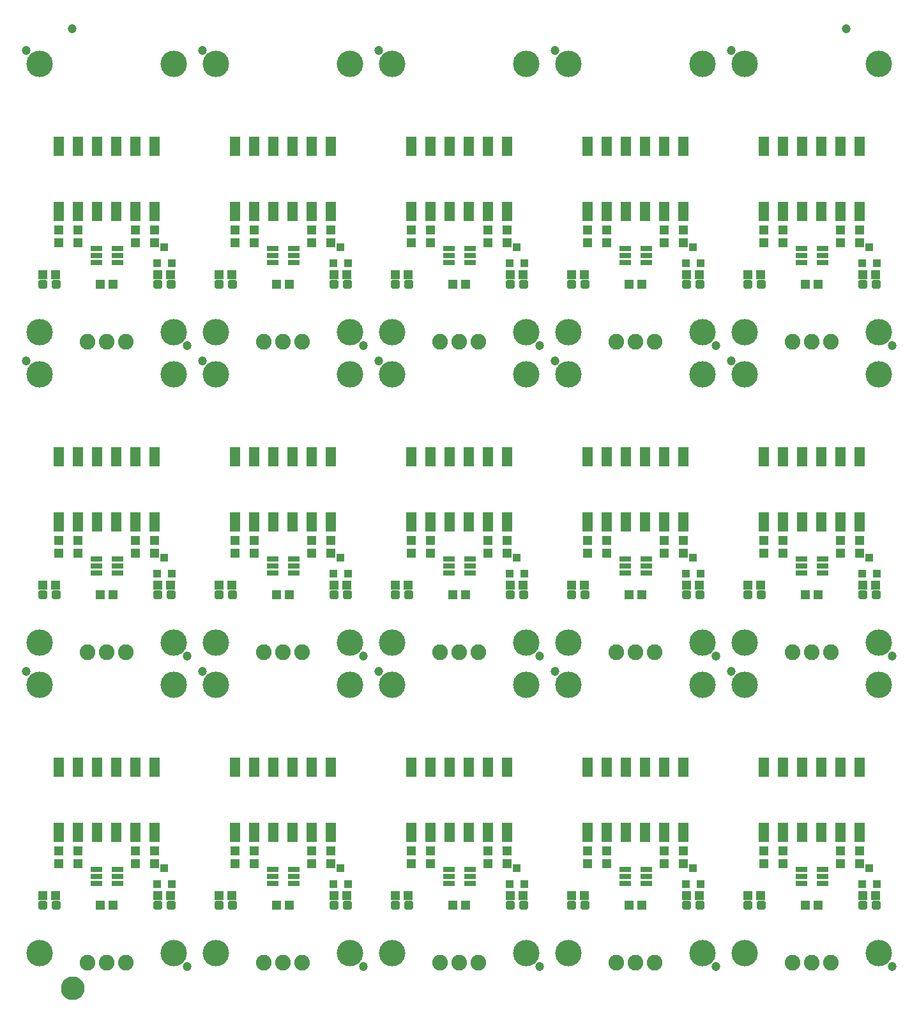
<source format=gts>
G04 EAGLE Gerber RS-274X export*
G75*
%MOMM*%
%FSLAX34Y34*%
%LPD*%
%INSoldermask Top*%
%IPPOS*%
%AMOC8*
5,1,8,0,0,1.08239X$1,22.5*%
G01*
%ADD10C,3.505200*%
%ADD11C,1.203200*%
%ADD12R,1.303200X1.203200*%
%ADD13C,0.505344*%
%ADD14R,1.553200X0.753200*%
%ADD15R,1.203200X1.303200*%
%ADD16C,2.082800*%
%ADD17R,1.333200X2.643200*%
%ADD18R,1.003200X1.103200*%
%ADD19C,1.270000*%
%ADD20C,1.703200*%


D10*
X25400Y381000D03*
X203200Y381000D03*
D11*
X220980Y7620D03*
X7620Y398780D03*
D12*
X29600Y101600D03*
X46600Y101600D03*
D13*
X43380Y92390D02*
X43380Y85410D01*
X43380Y92390D02*
X50360Y92390D01*
X50360Y85410D01*
X43380Y85410D01*
X43380Y90210D02*
X50360Y90210D01*
X25840Y92390D02*
X25840Y85410D01*
X25840Y92390D02*
X32820Y92390D01*
X32820Y85410D01*
X25840Y85410D01*
X25840Y90210D02*
X32820Y90210D01*
D12*
X122800Y88900D03*
X105800Y88900D03*
D10*
X25400Y25400D03*
X203200Y25400D03*
D14*
X128051Y117500D03*
X128051Y127000D03*
X128051Y136500D03*
X100549Y136500D03*
X100549Y127000D03*
X100549Y117500D03*
D15*
X177800Y160900D03*
X177800Y143900D03*
X50800Y160900D03*
X50800Y143900D03*
X76200Y160900D03*
X76200Y143900D03*
X152400Y160900D03*
X152400Y143900D03*
D16*
X88900Y12700D03*
X114300Y12700D03*
X139700Y12700D03*
D17*
X50800Y185600D03*
X76200Y185600D03*
X101600Y185600D03*
X127000Y185600D03*
X152400Y185600D03*
X177800Y185600D03*
X50800Y271600D03*
X76200Y271600D03*
X101600Y271600D03*
X127000Y271600D03*
X152400Y271600D03*
X177800Y271600D03*
D12*
X182000Y101600D03*
X199000Y101600D03*
D13*
X195780Y92390D02*
X195780Y85410D01*
X195780Y92390D02*
X202760Y92390D01*
X202760Y85410D01*
X195780Y85410D01*
X195780Y90210D02*
X202760Y90210D01*
X178240Y92390D02*
X178240Y85410D01*
X178240Y92390D02*
X185220Y92390D01*
X185220Y85410D01*
X178240Y85410D01*
X178240Y90210D02*
X185220Y90210D01*
D18*
X181000Y117000D03*
X200000Y117000D03*
X190500Y138000D03*
D10*
X259080Y381000D03*
X436880Y381000D03*
D11*
X454660Y7620D03*
X241300Y398780D03*
D12*
X263280Y101600D03*
X280280Y101600D03*
D13*
X277060Y92390D02*
X277060Y85410D01*
X277060Y92390D02*
X284040Y92390D01*
X284040Y85410D01*
X277060Y85410D01*
X277060Y90210D02*
X284040Y90210D01*
X259520Y92390D02*
X259520Y85410D01*
X259520Y92390D02*
X266500Y92390D01*
X266500Y85410D01*
X259520Y85410D01*
X259520Y90210D02*
X266500Y90210D01*
D12*
X356480Y88900D03*
X339480Y88900D03*
D10*
X259080Y25400D03*
X436880Y25400D03*
D14*
X361731Y117500D03*
X361731Y127000D03*
X361731Y136500D03*
X334229Y136500D03*
X334229Y127000D03*
X334229Y117500D03*
D15*
X411480Y160900D03*
X411480Y143900D03*
X284480Y160900D03*
X284480Y143900D03*
X309880Y160900D03*
X309880Y143900D03*
X386080Y160900D03*
X386080Y143900D03*
D16*
X322580Y12700D03*
X347980Y12700D03*
X373380Y12700D03*
D17*
X284480Y185600D03*
X309880Y185600D03*
X335280Y185600D03*
X360680Y185600D03*
X386080Y185600D03*
X411480Y185600D03*
X284480Y271600D03*
X309880Y271600D03*
X335280Y271600D03*
X360680Y271600D03*
X386080Y271600D03*
X411480Y271600D03*
D12*
X415680Y101600D03*
X432680Y101600D03*
D13*
X429460Y92390D02*
X429460Y85410D01*
X429460Y92390D02*
X436440Y92390D01*
X436440Y85410D01*
X429460Y85410D01*
X429460Y90210D02*
X436440Y90210D01*
X411920Y92390D02*
X411920Y85410D01*
X411920Y92390D02*
X418900Y92390D01*
X418900Y85410D01*
X411920Y85410D01*
X411920Y90210D02*
X418900Y90210D01*
D18*
X414680Y117000D03*
X433680Y117000D03*
X424180Y138000D03*
D10*
X492760Y381000D03*
X670560Y381000D03*
D11*
X688340Y7620D03*
X474980Y398780D03*
D12*
X496960Y101600D03*
X513960Y101600D03*
D13*
X510740Y92390D02*
X510740Y85410D01*
X510740Y92390D02*
X517720Y92390D01*
X517720Y85410D01*
X510740Y85410D01*
X510740Y90210D02*
X517720Y90210D01*
X493200Y92390D02*
X493200Y85410D01*
X493200Y92390D02*
X500180Y92390D01*
X500180Y85410D01*
X493200Y85410D01*
X493200Y90210D02*
X500180Y90210D01*
D12*
X590160Y88900D03*
X573160Y88900D03*
D10*
X492760Y25400D03*
X670560Y25400D03*
D14*
X595411Y117500D03*
X595411Y127000D03*
X595411Y136500D03*
X567909Y136500D03*
X567909Y127000D03*
X567909Y117500D03*
D15*
X645160Y160900D03*
X645160Y143900D03*
X518160Y160900D03*
X518160Y143900D03*
X543560Y160900D03*
X543560Y143900D03*
X619760Y160900D03*
X619760Y143900D03*
D16*
X556260Y12700D03*
X581660Y12700D03*
X607060Y12700D03*
D17*
X518160Y185600D03*
X543560Y185600D03*
X568960Y185600D03*
X594360Y185600D03*
X619760Y185600D03*
X645160Y185600D03*
X518160Y271600D03*
X543560Y271600D03*
X568960Y271600D03*
X594360Y271600D03*
X619760Y271600D03*
X645160Y271600D03*
D12*
X649360Y101600D03*
X666360Y101600D03*
D13*
X663140Y92390D02*
X663140Y85410D01*
X663140Y92390D02*
X670120Y92390D01*
X670120Y85410D01*
X663140Y85410D01*
X663140Y90210D02*
X670120Y90210D01*
X645600Y92390D02*
X645600Y85410D01*
X645600Y92390D02*
X652580Y92390D01*
X652580Y85410D01*
X645600Y85410D01*
X645600Y90210D02*
X652580Y90210D01*
D18*
X648360Y117000D03*
X667360Y117000D03*
X657860Y138000D03*
D10*
X726440Y381000D03*
X904240Y381000D03*
D11*
X922020Y7620D03*
X708660Y398780D03*
D12*
X730640Y101600D03*
X747640Y101600D03*
D13*
X744420Y92390D02*
X744420Y85410D01*
X744420Y92390D02*
X751400Y92390D01*
X751400Y85410D01*
X744420Y85410D01*
X744420Y90210D02*
X751400Y90210D01*
X726880Y92390D02*
X726880Y85410D01*
X726880Y92390D02*
X733860Y92390D01*
X733860Y85410D01*
X726880Y85410D01*
X726880Y90210D02*
X733860Y90210D01*
D12*
X823840Y88900D03*
X806840Y88900D03*
D10*
X726440Y25400D03*
X904240Y25400D03*
D14*
X829091Y117500D03*
X829091Y127000D03*
X829091Y136500D03*
X801589Y136500D03*
X801589Y127000D03*
X801589Y117500D03*
D15*
X878840Y160900D03*
X878840Y143900D03*
X751840Y160900D03*
X751840Y143900D03*
X777240Y160900D03*
X777240Y143900D03*
X853440Y160900D03*
X853440Y143900D03*
D16*
X789940Y12700D03*
X815340Y12700D03*
X840740Y12700D03*
D17*
X751840Y185600D03*
X777240Y185600D03*
X802640Y185600D03*
X828040Y185600D03*
X853440Y185600D03*
X878840Y185600D03*
X751840Y271600D03*
X777240Y271600D03*
X802640Y271600D03*
X828040Y271600D03*
X853440Y271600D03*
X878840Y271600D03*
D12*
X883040Y101600D03*
X900040Y101600D03*
D13*
X896820Y92390D02*
X896820Y85410D01*
X896820Y92390D02*
X903800Y92390D01*
X903800Y85410D01*
X896820Y85410D01*
X896820Y90210D02*
X903800Y90210D01*
X879280Y92390D02*
X879280Y85410D01*
X879280Y92390D02*
X886260Y92390D01*
X886260Y85410D01*
X879280Y85410D01*
X879280Y90210D02*
X886260Y90210D01*
D18*
X882040Y117000D03*
X901040Y117000D03*
X891540Y138000D03*
D10*
X960120Y381000D03*
X1137920Y381000D03*
D11*
X1155700Y7620D03*
X942340Y398780D03*
D12*
X964320Y101600D03*
X981320Y101600D03*
D13*
X978100Y92390D02*
X978100Y85410D01*
X978100Y92390D02*
X985080Y92390D01*
X985080Y85410D01*
X978100Y85410D01*
X978100Y90210D02*
X985080Y90210D01*
X960560Y92390D02*
X960560Y85410D01*
X960560Y92390D02*
X967540Y92390D01*
X967540Y85410D01*
X960560Y85410D01*
X960560Y90210D02*
X967540Y90210D01*
D12*
X1057520Y88900D03*
X1040520Y88900D03*
D10*
X960120Y25400D03*
X1137920Y25400D03*
D14*
X1062771Y117500D03*
X1062771Y127000D03*
X1062771Y136500D03*
X1035269Y136500D03*
X1035269Y127000D03*
X1035269Y117500D03*
D15*
X1112520Y160900D03*
X1112520Y143900D03*
X985520Y160900D03*
X985520Y143900D03*
X1010920Y160900D03*
X1010920Y143900D03*
X1087120Y160900D03*
X1087120Y143900D03*
D16*
X1023620Y12700D03*
X1049020Y12700D03*
X1074420Y12700D03*
D17*
X985520Y185600D03*
X1010920Y185600D03*
X1036320Y185600D03*
X1061720Y185600D03*
X1087120Y185600D03*
X1112520Y185600D03*
X985520Y271600D03*
X1010920Y271600D03*
X1036320Y271600D03*
X1061720Y271600D03*
X1087120Y271600D03*
X1112520Y271600D03*
D12*
X1116720Y101600D03*
X1133720Y101600D03*
D13*
X1130500Y92390D02*
X1130500Y85410D01*
X1130500Y92390D02*
X1137480Y92390D01*
X1137480Y85410D01*
X1130500Y85410D01*
X1130500Y90210D02*
X1137480Y90210D01*
X1112960Y92390D02*
X1112960Y85410D01*
X1112960Y92390D02*
X1119940Y92390D01*
X1119940Y85410D01*
X1112960Y85410D01*
X1112960Y90210D02*
X1119940Y90210D01*
D18*
X1115720Y117000D03*
X1134720Y117000D03*
X1125220Y138000D03*
D10*
X25400Y792480D03*
X203200Y792480D03*
D11*
X220980Y419100D03*
X7620Y810260D03*
D12*
X29600Y513080D03*
X46600Y513080D03*
D13*
X43380Y503870D02*
X43380Y496890D01*
X43380Y503870D02*
X50360Y503870D01*
X50360Y496890D01*
X43380Y496890D01*
X43380Y501690D02*
X50360Y501690D01*
X25840Y503870D02*
X25840Y496890D01*
X25840Y503870D02*
X32820Y503870D01*
X32820Y496890D01*
X25840Y496890D01*
X25840Y501690D02*
X32820Y501690D01*
D12*
X122800Y500380D03*
X105800Y500380D03*
D10*
X25400Y436880D03*
X203200Y436880D03*
D14*
X128051Y528980D03*
X128051Y538480D03*
X128051Y547980D03*
X100549Y547980D03*
X100549Y538480D03*
X100549Y528980D03*
D15*
X177800Y572380D03*
X177800Y555380D03*
X50800Y572380D03*
X50800Y555380D03*
X76200Y572380D03*
X76200Y555380D03*
X152400Y572380D03*
X152400Y555380D03*
D16*
X88900Y424180D03*
X114300Y424180D03*
X139700Y424180D03*
D17*
X50800Y597080D03*
X76200Y597080D03*
X101600Y597080D03*
X127000Y597080D03*
X152400Y597080D03*
X177800Y597080D03*
X50800Y683080D03*
X76200Y683080D03*
X101600Y683080D03*
X127000Y683080D03*
X152400Y683080D03*
X177800Y683080D03*
D12*
X182000Y513080D03*
X199000Y513080D03*
D13*
X195780Y503870D02*
X195780Y496890D01*
X195780Y503870D02*
X202760Y503870D01*
X202760Y496890D01*
X195780Y496890D01*
X195780Y501690D02*
X202760Y501690D01*
X178240Y503870D02*
X178240Y496890D01*
X178240Y503870D02*
X185220Y503870D01*
X185220Y496890D01*
X178240Y496890D01*
X178240Y501690D02*
X185220Y501690D01*
D18*
X181000Y528480D03*
X200000Y528480D03*
X190500Y549480D03*
D10*
X259080Y792480D03*
X436880Y792480D03*
D11*
X454660Y419100D03*
X241300Y810260D03*
D12*
X263280Y513080D03*
X280280Y513080D03*
D13*
X277060Y503870D02*
X277060Y496890D01*
X277060Y503870D02*
X284040Y503870D01*
X284040Y496890D01*
X277060Y496890D01*
X277060Y501690D02*
X284040Y501690D01*
X259520Y503870D02*
X259520Y496890D01*
X259520Y503870D02*
X266500Y503870D01*
X266500Y496890D01*
X259520Y496890D01*
X259520Y501690D02*
X266500Y501690D01*
D12*
X356480Y500380D03*
X339480Y500380D03*
D10*
X259080Y436880D03*
X436880Y436880D03*
D14*
X361731Y528980D03*
X361731Y538480D03*
X361731Y547980D03*
X334229Y547980D03*
X334229Y538480D03*
X334229Y528980D03*
D15*
X411480Y572380D03*
X411480Y555380D03*
X284480Y572380D03*
X284480Y555380D03*
X309880Y572380D03*
X309880Y555380D03*
X386080Y572380D03*
X386080Y555380D03*
D16*
X322580Y424180D03*
X347980Y424180D03*
X373380Y424180D03*
D17*
X284480Y597080D03*
X309880Y597080D03*
X335280Y597080D03*
X360680Y597080D03*
X386080Y597080D03*
X411480Y597080D03*
X284480Y683080D03*
X309880Y683080D03*
X335280Y683080D03*
X360680Y683080D03*
X386080Y683080D03*
X411480Y683080D03*
D12*
X415680Y513080D03*
X432680Y513080D03*
D13*
X429460Y503870D02*
X429460Y496890D01*
X429460Y503870D02*
X436440Y503870D01*
X436440Y496890D01*
X429460Y496890D01*
X429460Y501690D02*
X436440Y501690D01*
X411920Y503870D02*
X411920Y496890D01*
X411920Y503870D02*
X418900Y503870D01*
X418900Y496890D01*
X411920Y496890D01*
X411920Y501690D02*
X418900Y501690D01*
D18*
X414680Y528480D03*
X433680Y528480D03*
X424180Y549480D03*
D10*
X492760Y792480D03*
X670560Y792480D03*
D11*
X688340Y419100D03*
X474980Y810260D03*
D12*
X496960Y513080D03*
X513960Y513080D03*
D13*
X510740Y503870D02*
X510740Y496890D01*
X510740Y503870D02*
X517720Y503870D01*
X517720Y496890D01*
X510740Y496890D01*
X510740Y501690D02*
X517720Y501690D01*
X493200Y503870D02*
X493200Y496890D01*
X493200Y503870D02*
X500180Y503870D01*
X500180Y496890D01*
X493200Y496890D01*
X493200Y501690D02*
X500180Y501690D01*
D12*
X590160Y500380D03*
X573160Y500380D03*
D10*
X492760Y436880D03*
X670560Y436880D03*
D14*
X595411Y528980D03*
X595411Y538480D03*
X595411Y547980D03*
X567909Y547980D03*
X567909Y538480D03*
X567909Y528980D03*
D15*
X645160Y572380D03*
X645160Y555380D03*
X518160Y572380D03*
X518160Y555380D03*
X543560Y572380D03*
X543560Y555380D03*
X619760Y572380D03*
X619760Y555380D03*
D16*
X556260Y424180D03*
X581660Y424180D03*
X607060Y424180D03*
D17*
X518160Y597080D03*
X543560Y597080D03*
X568960Y597080D03*
X594360Y597080D03*
X619760Y597080D03*
X645160Y597080D03*
X518160Y683080D03*
X543560Y683080D03*
X568960Y683080D03*
X594360Y683080D03*
X619760Y683080D03*
X645160Y683080D03*
D12*
X649360Y513080D03*
X666360Y513080D03*
D13*
X663140Y503870D02*
X663140Y496890D01*
X663140Y503870D02*
X670120Y503870D01*
X670120Y496890D01*
X663140Y496890D01*
X663140Y501690D02*
X670120Y501690D01*
X645600Y503870D02*
X645600Y496890D01*
X645600Y503870D02*
X652580Y503870D01*
X652580Y496890D01*
X645600Y496890D01*
X645600Y501690D02*
X652580Y501690D01*
D18*
X648360Y528480D03*
X667360Y528480D03*
X657860Y549480D03*
D10*
X726440Y792480D03*
X904240Y792480D03*
D11*
X922020Y419100D03*
X708660Y810260D03*
D12*
X730640Y513080D03*
X747640Y513080D03*
D13*
X744420Y503870D02*
X744420Y496890D01*
X744420Y503870D02*
X751400Y503870D01*
X751400Y496890D01*
X744420Y496890D01*
X744420Y501690D02*
X751400Y501690D01*
X726880Y503870D02*
X726880Y496890D01*
X726880Y503870D02*
X733860Y503870D01*
X733860Y496890D01*
X726880Y496890D01*
X726880Y501690D02*
X733860Y501690D01*
D12*
X823840Y500380D03*
X806840Y500380D03*
D10*
X726440Y436880D03*
X904240Y436880D03*
D14*
X829091Y528980D03*
X829091Y538480D03*
X829091Y547980D03*
X801589Y547980D03*
X801589Y538480D03*
X801589Y528980D03*
D15*
X878840Y572380D03*
X878840Y555380D03*
X751840Y572380D03*
X751840Y555380D03*
X777240Y572380D03*
X777240Y555380D03*
X853440Y572380D03*
X853440Y555380D03*
D16*
X789940Y424180D03*
X815340Y424180D03*
X840740Y424180D03*
D17*
X751840Y597080D03*
X777240Y597080D03*
X802640Y597080D03*
X828040Y597080D03*
X853440Y597080D03*
X878840Y597080D03*
X751840Y683080D03*
X777240Y683080D03*
X802640Y683080D03*
X828040Y683080D03*
X853440Y683080D03*
X878840Y683080D03*
D12*
X883040Y513080D03*
X900040Y513080D03*
D13*
X896820Y503870D02*
X896820Y496890D01*
X896820Y503870D02*
X903800Y503870D01*
X903800Y496890D01*
X896820Y496890D01*
X896820Y501690D02*
X903800Y501690D01*
X879280Y503870D02*
X879280Y496890D01*
X879280Y503870D02*
X886260Y503870D01*
X886260Y496890D01*
X879280Y496890D01*
X879280Y501690D02*
X886260Y501690D01*
D18*
X882040Y528480D03*
X901040Y528480D03*
X891540Y549480D03*
D10*
X960120Y792480D03*
X1137920Y792480D03*
D11*
X1155700Y419100D03*
X942340Y810260D03*
D12*
X964320Y513080D03*
X981320Y513080D03*
D13*
X978100Y503870D02*
X978100Y496890D01*
X978100Y503870D02*
X985080Y503870D01*
X985080Y496890D01*
X978100Y496890D01*
X978100Y501690D02*
X985080Y501690D01*
X960560Y503870D02*
X960560Y496890D01*
X960560Y503870D02*
X967540Y503870D01*
X967540Y496890D01*
X960560Y496890D01*
X960560Y501690D02*
X967540Y501690D01*
D12*
X1057520Y500380D03*
X1040520Y500380D03*
D10*
X960120Y436880D03*
X1137920Y436880D03*
D14*
X1062771Y528980D03*
X1062771Y538480D03*
X1062771Y547980D03*
X1035269Y547980D03*
X1035269Y538480D03*
X1035269Y528980D03*
D15*
X1112520Y572380D03*
X1112520Y555380D03*
X985520Y572380D03*
X985520Y555380D03*
X1010920Y572380D03*
X1010920Y555380D03*
X1087120Y572380D03*
X1087120Y555380D03*
D16*
X1023620Y424180D03*
X1049020Y424180D03*
X1074420Y424180D03*
D17*
X985520Y597080D03*
X1010920Y597080D03*
X1036320Y597080D03*
X1061720Y597080D03*
X1087120Y597080D03*
X1112520Y597080D03*
X985520Y683080D03*
X1010920Y683080D03*
X1036320Y683080D03*
X1061720Y683080D03*
X1087120Y683080D03*
X1112520Y683080D03*
D12*
X1116720Y513080D03*
X1133720Y513080D03*
D13*
X1130500Y503870D02*
X1130500Y496890D01*
X1130500Y503870D02*
X1137480Y503870D01*
X1137480Y496890D01*
X1130500Y496890D01*
X1130500Y501690D02*
X1137480Y501690D01*
X1112960Y503870D02*
X1112960Y496890D01*
X1112960Y503870D02*
X1119940Y503870D01*
X1119940Y496890D01*
X1112960Y496890D01*
X1112960Y501690D02*
X1119940Y501690D01*
D18*
X1115720Y528480D03*
X1134720Y528480D03*
X1125220Y549480D03*
D10*
X25400Y1203960D03*
X203200Y1203960D03*
D11*
X220980Y830580D03*
X7620Y1221740D03*
D12*
X29600Y924560D03*
X46600Y924560D03*
D13*
X43380Y915350D02*
X43380Y908370D01*
X43380Y915350D02*
X50360Y915350D01*
X50360Y908370D01*
X43380Y908370D01*
X43380Y913170D02*
X50360Y913170D01*
X25840Y915350D02*
X25840Y908370D01*
X25840Y915350D02*
X32820Y915350D01*
X32820Y908370D01*
X25840Y908370D01*
X25840Y913170D02*
X32820Y913170D01*
D12*
X122800Y911860D03*
X105800Y911860D03*
D10*
X25400Y848360D03*
X203200Y848360D03*
D14*
X128051Y940460D03*
X128051Y949960D03*
X128051Y959460D03*
X100549Y959460D03*
X100549Y949960D03*
X100549Y940460D03*
D15*
X177800Y983860D03*
X177800Y966860D03*
X50800Y983860D03*
X50800Y966860D03*
X76200Y983860D03*
X76200Y966860D03*
X152400Y983860D03*
X152400Y966860D03*
D16*
X88900Y835660D03*
X114300Y835660D03*
X139700Y835660D03*
D17*
X50800Y1008560D03*
X76200Y1008560D03*
X101600Y1008560D03*
X127000Y1008560D03*
X152400Y1008560D03*
X177800Y1008560D03*
X50800Y1094560D03*
X76200Y1094560D03*
X101600Y1094560D03*
X127000Y1094560D03*
X152400Y1094560D03*
X177800Y1094560D03*
D12*
X182000Y924560D03*
X199000Y924560D03*
D13*
X195780Y915350D02*
X195780Y908370D01*
X195780Y915350D02*
X202760Y915350D01*
X202760Y908370D01*
X195780Y908370D01*
X195780Y913170D02*
X202760Y913170D01*
X178240Y915350D02*
X178240Y908370D01*
X178240Y915350D02*
X185220Y915350D01*
X185220Y908370D01*
X178240Y908370D01*
X178240Y913170D02*
X185220Y913170D01*
D18*
X181000Y939960D03*
X200000Y939960D03*
X190500Y960960D03*
D10*
X259080Y1203960D03*
X436880Y1203960D03*
D11*
X454660Y830580D03*
X241300Y1221740D03*
D12*
X263280Y924560D03*
X280280Y924560D03*
D13*
X277060Y915350D02*
X277060Y908370D01*
X277060Y915350D02*
X284040Y915350D01*
X284040Y908370D01*
X277060Y908370D01*
X277060Y913170D02*
X284040Y913170D01*
X259520Y915350D02*
X259520Y908370D01*
X259520Y915350D02*
X266500Y915350D01*
X266500Y908370D01*
X259520Y908370D01*
X259520Y913170D02*
X266500Y913170D01*
D12*
X356480Y911860D03*
X339480Y911860D03*
D10*
X259080Y848360D03*
X436880Y848360D03*
D14*
X361731Y940460D03*
X361731Y949960D03*
X361731Y959460D03*
X334229Y959460D03*
X334229Y949960D03*
X334229Y940460D03*
D15*
X411480Y983860D03*
X411480Y966860D03*
X284480Y983860D03*
X284480Y966860D03*
X309880Y983860D03*
X309880Y966860D03*
X386080Y983860D03*
X386080Y966860D03*
D16*
X322580Y835660D03*
X347980Y835660D03*
X373380Y835660D03*
D17*
X284480Y1008560D03*
X309880Y1008560D03*
X335280Y1008560D03*
X360680Y1008560D03*
X386080Y1008560D03*
X411480Y1008560D03*
X284480Y1094560D03*
X309880Y1094560D03*
X335280Y1094560D03*
X360680Y1094560D03*
X386080Y1094560D03*
X411480Y1094560D03*
D12*
X415680Y924560D03*
X432680Y924560D03*
D13*
X429460Y915350D02*
X429460Y908370D01*
X429460Y915350D02*
X436440Y915350D01*
X436440Y908370D01*
X429460Y908370D01*
X429460Y913170D02*
X436440Y913170D01*
X411920Y915350D02*
X411920Y908370D01*
X411920Y915350D02*
X418900Y915350D01*
X418900Y908370D01*
X411920Y908370D01*
X411920Y913170D02*
X418900Y913170D01*
D18*
X414680Y939960D03*
X433680Y939960D03*
X424180Y960960D03*
D10*
X492760Y1203960D03*
X670560Y1203960D03*
D11*
X688340Y830580D03*
X474980Y1221740D03*
D12*
X496960Y924560D03*
X513960Y924560D03*
D13*
X510740Y915350D02*
X510740Y908370D01*
X510740Y915350D02*
X517720Y915350D01*
X517720Y908370D01*
X510740Y908370D01*
X510740Y913170D02*
X517720Y913170D01*
X493200Y915350D02*
X493200Y908370D01*
X493200Y915350D02*
X500180Y915350D01*
X500180Y908370D01*
X493200Y908370D01*
X493200Y913170D02*
X500180Y913170D01*
D12*
X590160Y911860D03*
X573160Y911860D03*
D10*
X492760Y848360D03*
X670560Y848360D03*
D14*
X595411Y940460D03*
X595411Y949960D03*
X595411Y959460D03*
X567909Y959460D03*
X567909Y949960D03*
X567909Y940460D03*
D15*
X645160Y983860D03*
X645160Y966860D03*
X518160Y983860D03*
X518160Y966860D03*
X543560Y983860D03*
X543560Y966860D03*
X619760Y983860D03*
X619760Y966860D03*
D16*
X556260Y835660D03*
X581660Y835660D03*
X607060Y835660D03*
D17*
X518160Y1008560D03*
X543560Y1008560D03*
X568960Y1008560D03*
X594360Y1008560D03*
X619760Y1008560D03*
X645160Y1008560D03*
X518160Y1094560D03*
X543560Y1094560D03*
X568960Y1094560D03*
X594360Y1094560D03*
X619760Y1094560D03*
X645160Y1094560D03*
D12*
X649360Y924560D03*
X666360Y924560D03*
D13*
X663140Y915350D02*
X663140Y908370D01*
X663140Y915350D02*
X670120Y915350D01*
X670120Y908370D01*
X663140Y908370D01*
X663140Y913170D02*
X670120Y913170D01*
X645600Y915350D02*
X645600Y908370D01*
X645600Y915350D02*
X652580Y915350D01*
X652580Y908370D01*
X645600Y908370D01*
X645600Y913170D02*
X652580Y913170D01*
D18*
X648360Y939960D03*
X667360Y939960D03*
X657860Y960960D03*
D10*
X726440Y1203960D03*
X904240Y1203960D03*
D11*
X922020Y830580D03*
X708660Y1221740D03*
D12*
X730640Y924560D03*
X747640Y924560D03*
D13*
X744420Y915350D02*
X744420Y908370D01*
X744420Y915350D02*
X751400Y915350D01*
X751400Y908370D01*
X744420Y908370D01*
X744420Y913170D02*
X751400Y913170D01*
X726880Y915350D02*
X726880Y908370D01*
X726880Y915350D02*
X733860Y915350D01*
X733860Y908370D01*
X726880Y908370D01*
X726880Y913170D02*
X733860Y913170D01*
D12*
X823840Y911860D03*
X806840Y911860D03*
D10*
X726440Y848360D03*
X904240Y848360D03*
D14*
X829091Y940460D03*
X829091Y949960D03*
X829091Y959460D03*
X801589Y959460D03*
X801589Y949960D03*
X801589Y940460D03*
D15*
X878840Y983860D03*
X878840Y966860D03*
X751840Y983860D03*
X751840Y966860D03*
X777240Y983860D03*
X777240Y966860D03*
X853440Y983860D03*
X853440Y966860D03*
D16*
X789940Y835660D03*
X815340Y835660D03*
X840740Y835660D03*
D17*
X751840Y1008560D03*
X777240Y1008560D03*
X802640Y1008560D03*
X828040Y1008560D03*
X853440Y1008560D03*
X878840Y1008560D03*
X751840Y1094560D03*
X777240Y1094560D03*
X802640Y1094560D03*
X828040Y1094560D03*
X853440Y1094560D03*
X878840Y1094560D03*
D12*
X883040Y924560D03*
X900040Y924560D03*
D13*
X896820Y915350D02*
X896820Y908370D01*
X896820Y915350D02*
X903800Y915350D01*
X903800Y908370D01*
X896820Y908370D01*
X896820Y913170D02*
X903800Y913170D01*
X879280Y915350D02*
X879280Y908370D01*
X879280Y915350D02*
X886260Y915350D01*
X886260Y908370D01*
X879280Y908370D01*
X879280Y913170D02*
X886260Y913170D01*
D18*
X882040Y939960D03*
X901040Y939960D03*
X891540Y960960D03*
D10*
X960120Y1203960D03*
X1137920Y1203960D03*
D11*
X1155700Y830580D03*
X942340Y1221740D03*
D12*
X964320Y924560D03*
X981320Y924560D03*
D13*
X978100Y915350D02*
X978100Y908370D01*
X978100Y915350D02*
X985080Y915350D01*
X985080Y908370D01*
X978100Y908370D01*
X978100Y913170D02*
X985080Y913170D01*
X960560Y915350D02*
X960560Y908370D01*
X960560Y915350D02*
X967540Y915350D01*
X967540Y908370D01*
X960560Y908370D01*
X960560Y913170D02*
X967540Y913170D01*
D12*
X1057520Y911860D03*
X1040520Y911860D03*
D10*
X960120Y848360D03*
X1137920Y848360D03*
D14*
X1062771Y940460D03*
X1062771Y949960D03*
X1062771Y959460D03*
X1035269Y959460D03*
X1035269Y949960D03*
X1035269Y940460D03*
D15*
X1112520Y983860D03*
X1112520Y966860D03*
X985520Y983860D03*
X985520Y966860D03*
X1010920Y983860D03*
X1010920Y966860D03*
X1087120Y983860D03*
X1087120Y966860D03*
D16*
X1023620Y835660D03*
X1049020Y835660D03*
X1074420Y835660D03*
D17*
X985520Y1008560D03*
X1010920Y1008560D03*
X1036320Y1008560D03*
X1061720Y1008560D03*
X1087120Y1008560D03*
X1112520Y1008560D03*
X985520Y1094560D03*
X1010920Y1094560D03*
X1036320Y1094560D03*
X1061720Y1094560D03*
X1087120Y1094560D03*
X1112520Y1094560D03*
D12*
X1116720Y924560D03*
X1133720Y924560D03*
D13*
X1130500Y915350D02*
X1130500Y908370D01*
X1130500Y915350D02*
X1137480Y915350D01*
X1137480Y908370D01*
X1130500Y908370D01*
X1130500Y913170D02*
X1137480Y913170D01*
X1112960Y915350D02*
X1112960Y908370D01*
X1112960Y915350D02*
X1119940Y915350D01*
X1119940Y908370D01*
X1112960Y908370D01*
X1112960Y913170D02*
X1119940Y913170D01*
D18*
X1115720Y939960D03*
X1134720Y939960D03*
X1125220Y960960D03*
D11*
X68580Y1250315D03*
X1094105Y1250315D03*
D19*
X59525Y-20955D02*
X59528Y-20733D01*
X59536Y-20511D01*
X59550Y-20289D01*
X59569Y-20067D01*
X59593Y-19847D01*
X59623Y-19626D01*
X59658Y-19407D01*
X59699Y-19188D01*
X59745Y-18971D01*
X59796Y-18755D01*
X59853Y-18540D01*
X59915Y-18326D01*
X59982Y-18115D01*
X60054Y-17904D01*
X60132Y-17696D01*
X60214Y-17490D01*
X60302Y-17286D01*
X60394Y-17083D01*
X60492Y-16884D01*
X60594Y-16687D01*
X60701Y-16492D01*
X60813Y-16300D01*
X60930Y-16111D01*
X61051Y-15924D01*
X61177Y-15741D01*
X61307Y-15561D01*
X61442Y-15384D01*
X61580Y-15211D01*
X61723Y-15041D01*
X61871Y-14874D01*
X62022Y-14711D01*
X62177Y-14552D01*
X62336Y-14397D01*
X62499Y-14246D01*
X62666Y-14098D01*
X62836Y-13955D01*
X63009Y-13817D01*
X63186Y-13682D01*
X63366Y-13552D01*
X63549Y-13426D01*
X63736Y-13305D01*
X63925Y-13188D01*
X64117Y-13076D01*
X64312Y-12969D01*
X64509Y-12867D01*
X64708Y-12769D01*
X64911Y-12677D01*
X65115Y-12589D01*
X65321Y-12507D01*
X65529Y-12429D01*
X65740Y-12357D01*
X65951Y-12290D01*
X66165Y-12228D01*
X66380Y-12171D01*
X66596Y-12120D01*
X66813Y-12074D01*
X67032Y-12033D01*
X67251Y-11998D01*
X67472Y-11968D01*
X67692Y-11944D01*
X67914Y-11925D01*
X68136Y-11911D01*
X68358Y-11903D01*
X68580Y-11900D01*
X68802Y-11903D01*
X69024Y-11911D01*
X69246Y-11925D01*
X69468Y-11944D01*
X69688Y-11968D01*
X69909Y-11998D01*
X70128Y-12033D01*
X70347Y-12074D01*
X70564Y-12120D01*
X70780Y-12171D01*
X70995Y-12228D01*
X71209Y-12290D01*
X71420Y-12357D01*
X71631Y-12429D01*
X71839Y-12507D01*
X72045Y-12589D01*
X72249Y-12677D01*
X72452Y-12769D01*
X72651Y-12867D01*
X72848Y-12969D01*
X73043Y-13076D01*
X73235Y-13188D01*
X73424Y-13305D01*
X73611Y-13426D01*
X73794Y-13552D01*
X73974Y-13682D01*
X74151Y-13817D01*
X74324Y-13955D01*
X74494Y-14098D01*
X74661Y-14246D01*
X74824Y-14397D01*
X74983Y-14552D01*
X75138Y-14711D01*
X75289Y-14874D01*
X75437Y-15041D01*
X75580Y-15211D01*
X75718Y-15384D01*
X75853Y-15561D01*
X75983Y-15741D01*
X76109Y-15924D01*
X76230Y-16111D01*
X76347Y-16300D01*
X76459Y-16492D01*
X76566Y-16687D01*
X76668Y-16884D01*
X76766Y-17083D01*
X76858Y-17286D01*
X76946Y-17490D01*
X77028Y-17696D01*
X77106Y-17904D01*
X77178Y-18115D01*
X77245Y-18326D01*
X77307Y-18540D01*
X77364Y-18755D01*
X77415Y-18971D01*
X77461Y-19188D01*
X77502Y-19407D01*
X77537Y-19626D01*
X77567Y-19847D01*
X77591Y-20067D01*
X77610Y-20289D01*
X77624Y-20511D01*
X77632Y-20733D01*
X77635Y-20955D01*
X77632Y-21177D01*
X77624Y-21399D01*
X77610Y-21621D01*
X77591Y-21843D01*
X77567Y-22063D01*
X77537Y-22284D01*
X77502Y-22503D01*
X77461Y-22722D01*
X77415Y-22939D01*
X77364Y-23155D01*
X77307Y-23370D01*
X77245Y-23584D01*
X77178Y-23795D01*
X77106Y-24006D01*
X77028Y-24214D01*
X76946Y-24420D01*
X76858Y-24624D01*
X76766Y-24827D01*
X76668Y-25026D01*
X76566Y-25223D01*
X76459Y-25418D01*
X76347Y-25610D01*
X76230Y-25799D01*
X76109Y-25986D01*
X75983Y-26169D01*
X75853Y-26349D01*
X75718Y-26526D01*
X75580Y-26699D01*
X75437Y-26869D01*
X75289Y-27036D01*
X75138Y-27199D01*
X74983Y-27358D01*
X74824Y-27513D01*
X74661Y-27664D01*
X74494Y-27812D01*
X74324Y-27955D01*
X74151Y-28093D01*
X73974Y-28228D01*
X73794Y-28358D01*
X73611Y-28484D01*
X73424Y-28605D01*
X73235Y-28722D01*
X73043Y-28834D01*
X72848Y-28941D01*
X72651Y-29043D01*
X72452Y-29141D01*
X72249Y-29233D01*
X72045Y-29321D01*
X71839Y-29403D01*
X71631Y-29481D01*
X71420Y-29553D01*
X71209Y-29620D01*
X70995Y-29682D01*
X70780Y-29739D01*
X70564Y-29790D01*
X70347Y-29836D01*
X70128Y-29877D01*
X69909Y-29912D01*
X69688Y-29942D01*
X69468Y-29966D01*
X69246Y-29985D01*
X69024Y-29999D01*
X68802Y-30007D01*
X68580Y-30010D01*
X68358Y-30007D01*
X68136Y-29999D01*
X67914Y-29985D01*
X67692Y-29966D01*
X67472Y-29942D01*
X67251Y-29912D01*
X67032Y-29877D01*
X66813Y-29836D01*
X66596Y-29790D01*
X66380Y-29739D01*
X66165Y-29682D01*
X65951Y-29620D01*
X65740Y-29553D01*
X65529Y-29481D01*
X65321Y-29403D01*
X65115Y-29321D01*
X64911Y-29233D01*
X64708Y-29141D01*
X64509Y-29043D01*
X64312Y-28941D01*
X64117Y-28834D01*
X63925Y-28722D01*
X63736Y-28605D01*
X63549Y-28484D01*
X63366Y-28358D01*
X63186Y-28228D01*
X63009Y-28093D01*
X62836Y-27955D01*
X62666Y-27812D01*
X62499Y-27664D01*
X62336Y-27513D01*
X62177Y-27358D01*
X62022Y-27199D01*
X61871Y-27036D01*
X61723Y-26869D01*
X61580Y-26699D01*
X61442Y-26526D01*
X61307Y-26349D01*
X61177Y-26169D01*
X61051Y-25986D01*
X60930Y-25799D01*
X60813Y-25610D01*
X60701Y-25418D01*
X60594Y-25223D01*
X60492Y-25026D01*
X60394Y-24827D01*
X60302Y-24624D01*
X60214Y-24420D01*
X60132Y-24214D01*
X60054Y-24006D01*
X59982Y-23795D01*
X59915Y-23584D01*
X59853Y-23370D01*
X59796Y-23155D01*
X59745Y-22939D01*
X59699Y-22722D01*
X59658Y-22503D01*
X59623Y-22284D01*
X59593Y-22063D01*
X59569Y-21843D01*
X59550Y-21621D01*
X59536Y-21399D01*
X59528Y-21177D01*
X59525Y-20955D01*
D20*
X68580Y-20955D03*
M02*

</source>
